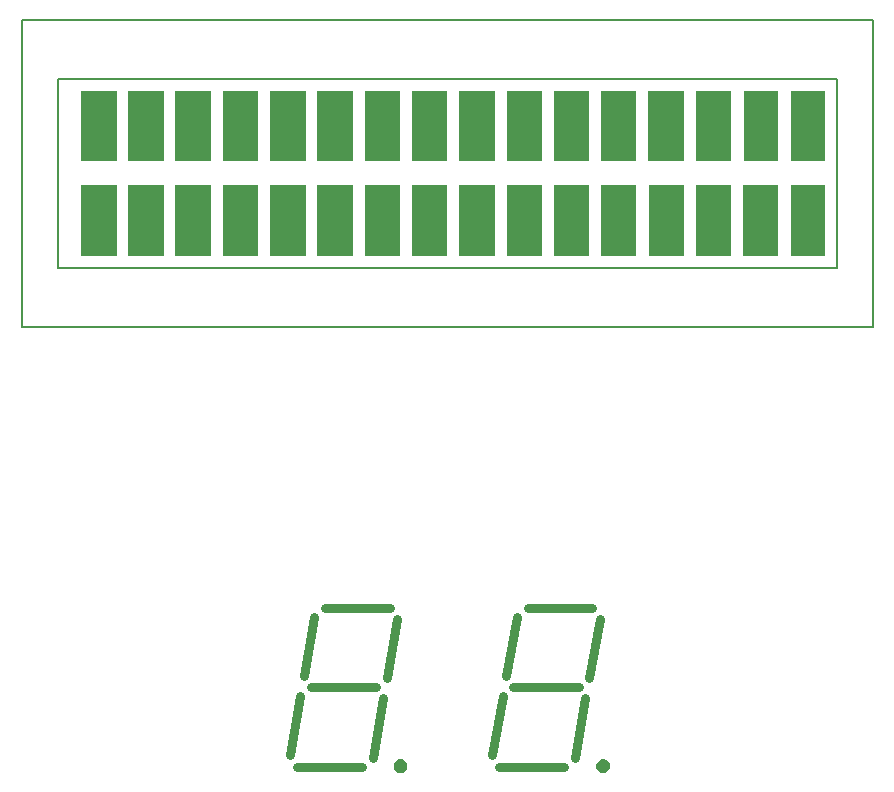
<source format=gm1>
%FSTAX23Y23*%
%MOIN*%
%SFA1B1*%

%IPPOS*%
%ADD11C,0.005000*%
%ADD52C,0.030000*%
%ADD54C,0.033858*%
%LNpcb_baja_teste-1*%
%LPD*%
G36*
X02393Y03578D02*
X02512D01*
Y03341*
X02393*
Y03578*
G37*
G36*
X02551D02*
X0267D01*
Y03342*
X02551*
Y03578*
G37*
G36*
X02393Y03893D02*
X02512D01*
Y03657*
X02393*
Y03893*
G37*
G36*
X0255D02*
X0267D01*
Y03657*
X0255*
Y03893*
G37*
G36*
X02707Y03578D02*
X02827D01*
Y03341*
X02707*
Y03578*
G37*
G36*
X02866D02*
X02985D01*
Y03342*
X02866*
Y03578*
G37*
G36*
X02707Y03893D02*
X02827D01*
Y03657*
X02707*
Y03893*
G37*
G36*
X02866D02*
X02985D01*
Y03657*
X02866*
Y03893*
G37*
G36*
X03023Y03578D02*
X03142D01*
Y03341*
X03023*
Y03578*
G37*
G36*
X03181D02*
X033D01*
Y03341*
X03181*
Y03578*
G37*
G36*
X03023Y03893D02*
X03142D01*
Y03657*
X03023*
Y03893*
G37*
G36*
X03181D02*
X033D01*
Y03657*
X03181*
Y03893*
G37*
G36*
X03339Y03578D02*
X03457D01*
Y03341*
X03339*
Y03578*
G37*
G36*
X03496D02*
X03615D01*
Y03341*
X03496*
Y03578*
G37*
G36*
X03339Y03893D02*
X03457D01*
Y03657*
X03339*
Y03893*
G37*
G36*
X03496D02*
X03615D01*
Y03657*
X03496*
Y03893*
G37*
G36*
X03654Y03578D02*
X03772D01*
Y03341*
X03654*
Y03578*
G37*
G36*
X03812D02*
X0393D01*
Y03342*
X03812*
Y03578*
G37*
G36*
X03654Y03893D02*
X03772D01*
Y03657*
X03654*
Y03893*
G37*
G36*
X03812D02*
X0393D01*
Y03657*
X03812*
Y03893*
G37*
G36*
X0397Y03578D02*
X04087D01*
Y03341*
X0397*
Y03578*
G37*
G36*
X04127D02*
X04245D01*
Y03342*
X04127*
Y03578*
G37*
G36*
X0397Y03893D02*
X04087D01*
Y03657*
X0397*
Y03893*
G37*
G36*
X04127D02*
X04245D01*
Y03657*
X04127*
Y03893*
G37*
G36*
X04286Y03578D02*
X04402D01*
Y03341*
X04286*
Y03578*
G37*
G36*
X04443D02*
X0456D01*
Y03341*
X04443*
Y03578*
G37*
G36*
X04285Y03893D02*
X04402D01*
Y03657*
X04285*
Y03893*
G37*
G36*
X04444D02*
X0456D01*
Y03657*
X04444*
Y03893*
G37*
G36*
X046Y03578D02*
X04717D01*
Y03342*
X046*
Y03578*
G37*
G36*
X04759D02*
X04875D01*
Y03341*
X04759*
Y03578*
G37*
G36*
X04602Y03893D02*
X04717D01*
Y03657*
X04602*
Y03893*
G37*
G36*
X04759D02*
X04875D01*
Y03657*
X04759*
Y03893*
G37*
G54D11*
X02197Y03106D02*
Y04129D01*
Y03106D02*
X05032D01*
Y04129*
X02197D02*
X05032D01*
X02316Y03302D02*
X04914D01*
Y03932*
X02316D02*
X04914D01*
X02316Y03302D02*
Y03932D01*
G54D52*
X03412Y01934D02*
X03447Y02132D01*
X0316Y01905D02*
X03377D01*
X03207Y02169D02*
X03423D01*
X0309Y01678D02*
X03124Y01874D01*
X03113Y0164D02*
X0333D01*
X03136Y01942D02*
X03171Y0214D01*
X03366Y0167D02*
X034Y01867D01*
X04087Y01934D02*
X04122Y02132D01*
X03835Y01905D02*
X04052D01*
X03882Y02169D02*
X04098D01*
X03765Y01678D02*
X03799Y01874D01*
X03788Y0164D02*
X04005D01*
X03811Y01942D02*
X03846Y0214D01*
X04041Y0167D02*
X04075Y01867D01*
G54D54*
X03465Y01641D02*
D01*
X03465Y01641*
X03465Y01642*
X03465Y01642*
X03465Y01642*
X03464Y01643*
X03464Y01643*
X03464Y01643*
X03464Y01644*
X03464Y01644*
X03463Y01645*
X03463Y01645*
X03463Y01645*
X03463Y01645*
X03462Y01646*
X03462Y01646*
X03461Y01646*
X03461Y01646*
X03461Y01646*
X0346Y01646*
X0346Y01647*
X03459Y01647*
X03459Y01647*
X03459*
X03458Y01647*
X03458Y01647*
X03457Y01646*
X03457Y01646*
X03457Y01646*
X03456Y01646*
X03456Y01646*
X03456Y01646*
X03455Y01645*
X03455Y01645*
X03455Y01645*
X03454Y01645*
X03454Y01644*
X03454Y01644*
X03454Y01643*
X03453Y01643*
X03453Y01643*
X03453Y01642*
X03453Y01642*
X03453Y01642*
X03453Y01641*
X03453Y01641*
X03453Y0164*
X03453Y0164*
X03453Y01639*
X03453Y01639*
X03453Y01639*
X03453Y01638*
X03454Y01638*
X03454Y01638*
X03454Y01637*
X03454Y01637*
X03455Y01637*
X03455Y01636*
X03455Y01636*
X03456Y01636*
X03456Y01636*
X03456Y01635*
X03457Y01635*
X03457Y01635*
X03457Y01635*
X03458Y01635*
X03458Y01635*
X03459Y01635*
X03459*
X03459Y01635*
X0346Y01635*
X0346Y01635*
X03461Y01635*
X03461Y01635*
X03461Y01635*
X03462Y01636*
X03462Y01636*
X03463Y01636*
X03463Y01636*
X03463Y01637*
X03463Y01637*
X03464Y01637*
X03464Y01638*
X03464Y01638*
X03464Y01638*
X03464Y01639*
X03465Y01639*
X03465Y01639*
X03465Y0164*
X03465Y0164*
X03465Y01641*
X0414D02*
D01*
X0414Y01641*
X0414Y01642*
X0414Y01642*
X0414Y01642*
X04139Y01643*
X04139Y01643*
X04139Y01643*
X04139Y01644*
X04139Y01644*
X04138Y01645*
X04138Y01645*
X04138Y01645*
X04138Y01645*
X04137Y01646*
X04137Y01646*
X04136Y01646*
X04136Y01646*
X04136Y01646*
X04135Y01646*
X04135Y01647*
X04134Y01647*
X04134Y01647*
X04134*
X04133Y01647*
X04133Y01647*
X04132Y01646*
X04132Y01646*
X04132Y01646*
X04131Y01646*
X04131Y01646*
X04131Y01646*
X0413Y01645*
X0413Y01645*
X0413Y01645*
X04129Y01645*
X04129Y01644*
X04129Y01644*
X04129Y01643*
X04128Y01643*
X04128Y01643*
X04128Y01642*
X04128Y01642*
X04128Y01642*
X04128Y01641*
X04128Y01641*
X04128Y0164*
X04128Y0164*
X04128Y01639*
X04128Y01639*
X04128Y01639*
X04128Y01638*
X04129Y01638*
X04129Y01638*
X04129Y01637*
X04129Y01637*
X0413Y01637*
X0413Y01636*
X0413Y01636*
X04131Y01636*
X04131Y01636*
X04131Y01635*
X04132Y01635*
X04132Y01635*
X04132Y01635*
X04133Y01635*
X04133Y01635*
X04134Y01635*
X04134*
X04134Y01635*
X04135Y01635*
X04135Y01635*
X04136Y01635*
X04136Y01635*
X04136Y01635*
X04137Y01636*
X04137Y01636*
X04138Y01636*
X04138Y01636*
X04138Y01637*
X04138Y01637*
X04139Y01637*
X04139Y01638*
X04139Y01638*
X04139Y01638*
X04139Y01639*
X0414Y01639*
X0414Y01639*
X0414Y0164*
X0414Y0164*
X0414Y01641*
M02*
</source>
